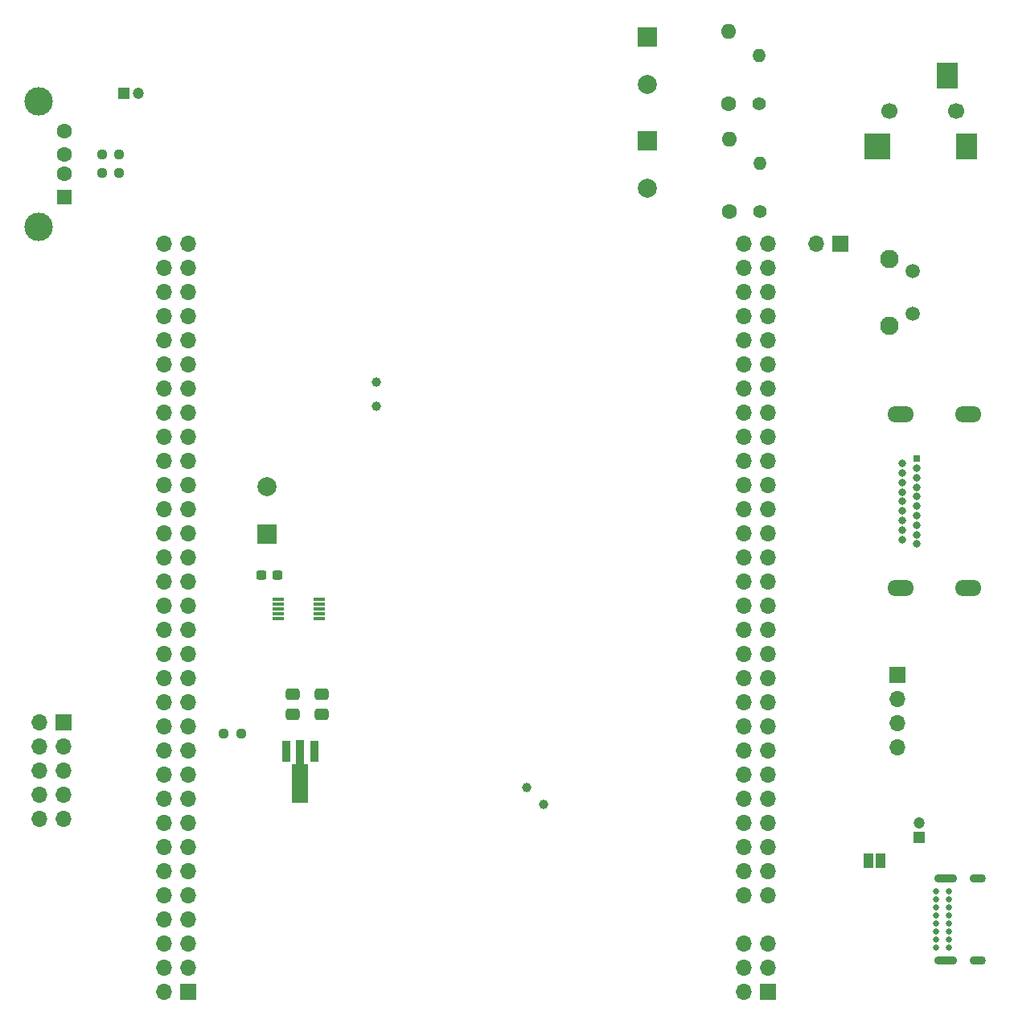
<source format=gbr>
%TF.GenerationSoftware,KiCad,Pcbnew,7.0.1*%
%TF.CreationDate,2023-05-08T13:30:07-07:00*%
%TF.ProjectId,expansionboardA,65787061-6e73-4696-9f6e-626f61726441,3*%
%TF.SameCoordinates,Original*%
%TF.FileFunction,Soldermask,Bot*%
%TF.FilePolarity,Negative*%
%FSLAX46Y46*%
G04 Gerber Fmt 4.6, Leading zero omitted, Abs format (unit mm)*
G04 Created by KiCad (PCBNEW 7.0.1) date 2023-05-08 13:30:07*
%MOMM*%
%LPD*%
G01*
G04 APERTURE LIST*
G04 Aperture macros list*
%AMRoundRect*
0 Rectangle with rounded corners*
0 $1 Rounding radius*
0 $2 $3 $4 $5 $6 $7 $8 $9 X,Y pos of 4 corners*
0 Add a 4 corners polygon primitive as box body*
4,1,4,$2,$3,$4,$5,$6,$7,$8,$9,$2,$3,0*
0 Add four circle primitives for the rounded corners*
1,1,$1+$1,$2,$3*
1,1,$1+$1,$4,$5*
1,1,$1+$1,$6,$7*
1,1,$1+$1,$8,$9*
0 Add four rect primitives between the rounded corners*
20,1,$1+$1,$2,$3,$4,$5,0*
20,1,$1+$1,$4,$5,$6,$7,0*
20,1,$1+$1,$6,$7,$8,$9,0*
20,1,$1+$1,$8,$9,$2,$3,0*%
%AMFreePoly0*
4,1,9,5.362500,-0.866500,1.237500,-0.866500,1.237500,-0.450000,-1.237500,-0.450000,-1.237500,0.450000,1.237500,0.450000,1.237500,0.866500,5.362500,0.866500,5.362500,-0.866500,5.362500,-0.866500,$1*%
G04 Aperture macros list end*
%ADD10C,1.600000*%
%ADD11O,1.600000X1.600000*%
%ADD12C,1.000000*%
%ADD13R,2.000000X2.000000*%
%ADD14C,2.000000*%
%ADD15R,1.700000X1.700000*%
%ADD16O,1.700000X1.700000*%
%ADD17R,1.200000X1.200000*%
%ADD18C,1.200000*%
%ADD19C,1.400000*%
%ADD20O,1.400000X1.400000*%
%ADD21RoundRect,0.237500X0.250000X0.237500X-0.250000X0.237500X-0.250000X-0.237500X0.250000X-0.237500X0*%
%ADD22C,1.700000*%
%ADD23R,2.200000X2.800000*%
%ADD24R,2.800000X2.800000*%
%ADD25RoundRect,0.237500X-0.250000X-0.237500X0.250000X-0.237500X0.250000X0.237500X-0.250000X0.237500X0*%
%ADD26R,1.308100X0.304800*%
%ADD27C,0.650000*%
%ADD28O,1.700000X0.900000*%
%ADD29O,2.400000X0.900000*%
%ADD30R,0.800000X0.800000*%
%ADD31C,0.800000*%
%ADD32O,2.800000X1.700000*%
%ADD33RoundRect,0.250000X0.475000X-0.337500X0.475000X0.337500X-0.475000X0.337500X-0.475000X-0.337500X0*%
%ADD34R,1.500000X1.600000*%
%ADD35C,3.000000*%
%ADD36RoundRect,0.237500X-0.300000X-0.237500X0.300000X-0.237500X0.300000X0.237500X-0.300000X0.237500X0*%
%ADD37R,0.900000X2.300000*%
%ADD38FreePoly0,270.000000*%
%ADD39C,1.498000*%
%ADD40C,1.950000*%
%ADD41R,1.000000X1.500000*%
G04 APERTURE END LIST*
D10*
%TO.C,R14*%
X105105200Y-28498800D03*
D11*
X105105200Y-20878800D03*
%TD*%
D12*
%TO.C,Y1*%
X85608971Y-102212210D03*
X83812920Y-100416159D03*
%TD*%
D13*
%TO.C,C11*%
X56464200Y-73812400D03*
D14*
X56464200Y-68812400D03*
%TD*%
D15*
%TO.C,ADC1*%
X35052000Y-93566000D03*
D16*
X32512000Y-93566000D03*
X35052000Y-96106000D03*
X32512000Y-96106000D03*
X35052000Y-98646000D03*
X32512000Y-98646000D03*
X35052000Y-101186000D03*
X32512000Y-101186000D03*
X35052000Y-103726000D03*
X32512000Y-103726000D03*
%TD*%
D17*
%TO.C,C5*%
X125120400Y-105664000D03*
D18*
X125120400Y-104164000D03*
%TD*%
D17*
%TO.C,C20*%
X41400600Y-27406600D03*
D18*
X42900600Y-27406600D03*
%TD*%
D19*
%TO.C,R13*%
X108331000Y-28498800D03*
D20*
X108331000Y-23418800D03*
%TD*%
D19*
%TO.C,R12*%
X108356400Y-39827200D03*
D20*
X108356400Y-34747200D03*
%TD*%
D13*
%TO.C,C14*%
X96520000Y-21466800D03*
D14*
X96520000Y-26466800D03*
%TD*%
D13*
%TO.C,C13*%
X96545400Y-32410400D03*
D14*
X96545400Y-37410400D03*
%TD*%
D10*
%TO.C,R11*%
X105156000Y-39801800D03*
D11*
X105156000Y-32181800D03*
%TD*%
D15*
%TO.C,J4*%
X116845000Y-43180000D03*
D16*
X114305000Y-43180000D03*
%TD*%
D12*
%TO.C,Y2*%
X67976800Y-60278800D03*
X67976800Y-57738800D03*
%TD*%
D21*
%TO.C,R1*%
X53744500Y-94742000D03*
X51919500Y-94742000D03*
%TD*%
D22*
%TO.C,AU1*%
X129049600Y-29243800D03*
X122049600Y-29243800D03*
D23*
X130149600Y-32943800D03*
D24*
X120749600Y-32943800D03*
D23*
X128149600Y-25543800D03*
%TD*%
D25*
%TO.C,R16*%
X39119800Y-33832800D03*
X40944800Y-33832800D03*
%TD*%
D26*
%TO.C,U6*%
X57683400Y-82702400D03*
X57683400Y-82194400D03*
X57683400Y-81686400D03*
X57683400Y-81178400D03*
X57683400Y-80670400D03*
X61988700Y-80670400D03*
X61988700Y-81178400D03*
X61988700Y-81686400D03*
X61988700Y-82194400D03*
X61988700Y-82702400D03*
%TD*%
D15*
%TO.C,U2*%
X48220000Y-121920000D03*
D16*
X45680000Y-121920000D03*
X48220000Y-119380000D03*
X45680000Y-119380000D03*
X48220000Y-116840000D03*
X45680000Y-116840000D03*
X48220000Y-114300000D03*
X45680000Y-114300000D03*
X48220000Y-111760000D03*
X45680000Y-111760000D03*
X48220000Y-109220000D03*
X45680000Y-109220000D03*
X48220000Y-106680000D03*
X45680000Y-106680000D03*
X48220000Y-104140000D03*
X45680000Y-104140000D03*
X48220000Y-101600000D03*
X45680000Y-101600000D03*
X48220000Y-99060000D03*
X45680000Y-99060000D03*
X48220000Y-96520000D03*
X45680000Y-96520000D03*
X48220000Y-93980000D03*
X45680000Y-93980000D03*
X48220000Y-91440000D03*
X45680000Y-91440000D03*
X48220000Y-88900000D03*
X45680000Y-88900000D03*
X48220000Y-86360000D03*
X45680000Y-86360000D03*
X48220000Y-83820000D03*
X45680000Y-83820000D03*
X48220000Y-81280000D03*
X45680000Y-81280000D03*
X48220000Y-78740000D03*
X45680000Y-78740000D03*
X48220000Y-76200000D03*
X45680000Y-76200000D03*
X48220000Y-73660000D03*
X45680000Y-73660000D03*
X48220000Y-71120000D03*
X45680000Y-71120000D03*
X48220000Y-68580000D03*
X45680000Y-68580000D03*
X48220000Y-66040000D03*
X45680000Y-66040000D03*
X48220000Y-63500000D03*
X45680000Y-63500000D03*
X48220000Y-60960000D03*
X45680000Y-60960000D03*
X48220000Y-58420000D03*
X45680000Y-58420000D03*
X48220000Y-55880000D03*
X45680000Y-55880000D03*
X48220000Y-53340000D03*
X45680000Y-53340000D03*
X48220000Y-50800000D03*
X45680000Y-50800000D03*
X48220000Y-48260000D03*
X45680000Y-48260000D03*
X48220000Y-45720000D03*
X45680000Y-45720000D03*
X48220000Y-43180000D03*
X45680000Y-43180000D03*
%TD*%
D15*
%TO.C,U4*%
X109220000Y-121920000D03*
D16*
X106680000Y-121920000D03*
X109220000Y-119380000D03*
X106680000Y-119380000D03*
X109220000Y-116840000D03*
X106680000Y-116840000D03*
X109220000Y-111760000D03*
X106680000Y-111760000D03*
X109220000Y-109220000D03*
X106680000Y-109220000D03*
X109220000Y-106680000D03*
X106680000Y-106680000D03*
X109220000Y-104140000D03*
X106680000Y-104140000D03*
X109220000Y-101600000D03*
X106680000Y-101600000D03*
X109220000Y-99060000D03*
X106680000Y-99060000D03*
X109220000Y-96520000D03*
X106680000Y-96520000D03*
X109220000Y-93980000D03*
X106680000Y-93980000D03*
X109220000Y-91440000D03*
X106680000Y-91440000D03*
X109220000Y-88900000D03*
X106680000Y-88900000D03*
X109220000Y-86360000D03*
X106680000Y-86360000D03*
X109220000Y-83820000D03*
X106680000Y-83820000D03*
X109220000Y-81280000D03*
X106680000Y-81280000D03*
X109220000Y-78740000D03*
X106680000Y-78740000D03*
X109220000Y-76200000D03*
X106680000Y-76200000D03*
X109220000Y-73660000D03*
X106680000Y-73660000D03*
X109220000Y-71120000D03*
X106680000Y-71120000D03*
X109220000Y-68580000D03*
X106680000Y-68580000D03*
X109220000Y-66040000D03*
X106680000Y-66040000D03*
X109220000Y-63500000D03*
X106680000Y-63500000D03*
X109220000Y-60960000D03*
X106680000Y-60960000D03*
X109220000Y-58420000D03*
X106680000Y-58420000D03*
X109220000Y-55880000D03*
X106680000Y-55880000D03*
X109220000Y-53340000D03*
X106680000Y-53340000D03*
X109220000Y-50800000D03*
X106680000Y-50800000D03*
X109220000Y-48260000D03*
X106680000Y-48260000D03*
X109220000Y-45720000D03*
X106680000Y-45720000D03*
X109220000Y-43180000D03*
X106680000Y-43180000D03*
%TD*%
D15*
%TO.C,J1*%
X122854000Y-88606000D03*
D16*
X122854000Y-91146000D03*
X122854000Y-93686000D03*
X122854000Y-96226000D03*
%TD*%
D27*
%TO.C,P1*%
X126958000Y-111332000D03*
X126958000Y-112182000D03*
X126958000Y-113032000D03*
X126958000Y-113882000D03*
X126958000Y-114732000D03*
X126958000Y-115582000D03*
X126958000Y-116432000D03*
X126958000Y-117282000D03*
X128308000Y-117282000D03*
X128308000Y-116432000D03*
X128308000Y-115582000D03*
X128308000Y-114732000D03*
X128308000Y-113882000D03*
X128308000Y-113032000D03*
X128308000Y-112182000D03*
X128308000Y-111332000D03*
D28*
X131318000Y-109982000D03*
X131318000Y-118632000D03*
D29*
X127938000Y-109982000D03*
X127938000Y-118632000D03*
%TD*%
D30*
%TO.C,J3*%
X124922000Y-65832600D03*
D31*
X123372000Y-66332600D03*
X124922000Y-66832600D03*
X123372000Y-67332600D03*
X124922000Y-67832600D03*
X123372000Y-68332600D03*
X124922000Y-68832600D03*
X123372000Y-69332600D03*
X124922000Y-69832600D03*
X123372000Y-70332600D03*
X124922000Y-70832600D03*
X123372000Y-71332600D03*
X124922000Y-71832600D03*
X123372000Y-72332600D03*
X124922000Y-72832600D03*
X123372000Y-73332600D03*
X124922000Y-73832600D03*
X123372000Y-74332600D03*
X124922000Y-74832600D03*
D32*
X123202000Y-79482600D03*
X123202000Y-61182600D03*
X130302000Y-61182600D03*
X130302000Y-79482600D03*
%TD*%
D33*
%TO.C,C6*%
X59182000Y-92731500D03*
X59182000Y-90656500D03*
%TD*%
D25*
%TO.C,R17*%
X39094400Y-35788600D03*
X40919400Y-35788600D03*
%TD*%
D34*
%TO.C,J2*%
X35120400Y-38332000D03*
D10*
X35120400Y-35832000D03*
X35120400Y-33832000D03*
X35120400Y-31332000D03*
D35*
X32410400Y-41402000D03*
X32410400Y-28262000D03*
%TD*%
D36*
%TO.C,C10*%
X55855700Y-78079600D03*
X57580700Y-78079600D03*
%TD*%
D33*
%TO.C,C7*%
X62230000Y-92731500D03*
X62230000Y-90656500D03*
%TD*%
D37*
%TO.C,U3*%
X58496200Y-96625700D03*
D38*
X59996200Y-96713200D03*
D37*
X61496200Y-96625700D03*
%TD*%
D39*
%TO.C,RESETN1*%
X124485400Y-46050200D03*
X124485400Y-50550200D03*
D40*
X121995400Y-44795200D03*
X121995400Y-51805200D03*
%TD*%
D41*
%TO.C,JP4*%
X121107200Y-108153200D03*
X119807200Y-108153200D03*
%TD*%
M02*

</source>
